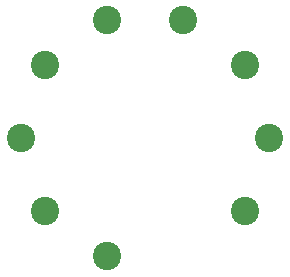
<source format=gbp>
G04 #@! TF.GenerationSoftware,KiCad,Pcbnew,(5.0.2)-1*
G04 #@! TF.CreationDate,2019-04-03T17:46:42+02:00*
G04 #@! TF.ProjectId,Corona_tubeBoard,436f726f-6e61-45f7-9475-6265426f6172,1*
G04 #@! TF.SameCoordinates,Original*
G04 #@! TF.FileFunction,Paste,Bot*
G04 #@! TF.FilePolarity,Positive*
%FSLAX46Y46*%
G04 Gerber Fmt 4.6, Leading zero omitted, Abs format (unit mm)*
G04 Created by KiCad (PCBNEW (5.0.2)-1) date 3-4-2019 17:46:42*
%MOMM*%
%LPD*%
G01*
G04 APERTURE LIST*
%ADD10C,2.397760*%
G04 APERTURE END LIST*
D10*
G04 #@! TO.C,SX1*
X27493760Y-20169660D03*
X29497820Y-14000000D03*
X27493760Y-7830340D03*
X22243580Y-4015260D03*
X15756420Y-4015260D03*
X10506240Y-7830340D03*
X8502180Y-14000000D03*
X10506240Y-20169660D03*
X15756420Y-23984740D03*
G04 #@! TD*
M02*

</source>
